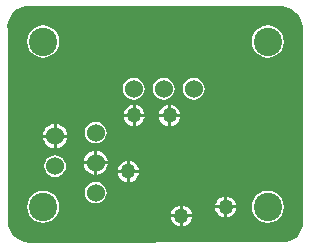
<source format=gbl>
G04*
G04 #@! TF.GenerationSoftware,Altium Limited,Altium Designer,20.2.3 (150)*
G04*
G04 Layer_Physical_Order=2*
G04 Layer_Color=16711680*
%FSLAX25Y25*%
%MOIN*%
G70*
G04*
G04 #@! TF.SameCoordinates,D737100D-CD50-4B0A-90DA-B4B5F6E14D25*
G04*
G04*
G04 #@! TF.FilePolarity,Positive*
G04*
G01*
G75*
%ADD23C,0.06000*%
%ADD24C,0.09449*%
%ADD25C,0.05000*%
G36*
X87735Y77203D02*
X87735Y77203D01*
X88517Y77203D01*
X90052Y76897D01*
X91497Y76299D01*
X92798Y75429D01*
X93351Y74876D01*
X93351Y74876D01*
X93351Y74876D01*
X93351Y74876D01*
X93905Y74323D01*
X94774Y73022D01*
X95373Y71576D01*
X95678Y70042D01*
X95678Y69259D01*
X95678Y5943D01*
X95678Y5943D01*
X95737Y5213D01*
X95568Y3758D01*
X95118Y2364D01*
X94405Y1084D01*
X93930Y526D01*
X93930Y526D01*
X93294Y-36D01*
X91828Y-892D01*
X90223Y-1445D01*
X88541Y-1675D01*
X87694Y-1623D01*
X5389Y-1875D01*
X5389Y-1875D01*
X4513Y-1866D01*
X2798Y-1505D01*
X1187Y-817D01*
X-258Y173D01*
X-871Y799D01*
X-1340Y1302D01*
X-2076Y2467D01*
X-2580Y3748D01*
X-2837Y5100D01*
X-2837Y5789D01*
Y69520D01*
X-2837Y69520D01*
X-2837Y69520D01*
X-2875Y70280D01*
X-2655Y71787D01*
X-2149Y73224D01*
X-1376Y74536D01*
X-871Y75105D01*
X-871Y75105D01*
Y75105D01*
X-225Y75651D01*
X1255Y76470D01*
X2866Y76985D01*
X4546Y77175D01*
X5389Y77104D01*
X6905Y77104D01*
X7288Y77203D01*
X87735D01*
X87735Y77203D01*
D02*
G37*
%LPC*%
G36*
X83873Y70670D02*
X82483Y70487D01*
X81188Y69950D01*
X80076Y69097D01*
X79223Y67985D01*
X78686Y66689D01*
X78503Y65299D01*
X78686Y63910D01*
X79223Y62614D01*
X80076Y61502D01*
X81188Y60649D01*
X82483Y60112D01*
X83873Y59929D01*
X85263Y60112D01*
X86559Y60649D01*
X87671Y61502D01*
X88524Y62614D01*
X89061Y63910D01*
X89244Y65299D01*
X89061Y66689D01*
X88524Y67985D01*
X87671Y69097D01*
X86559Y69950D01*
X85263Y70487D01*
X83873Y70670D01*
D02*
G37*
G36*
X9070D02*
X7680Y70487D01*
X6385Y69950D01*
X5273Y69097D01*
X4419Y67985D01*
X3883Y66689D01*
X3700Y65299D01*
X3883Y63910D01*
X4419Y62614D01*
X5273Y61502D01*
X6385Y60649D01*
X7680Y60112D01*
X9070Y59929D01*
X10460Y60112D01*
X11755Y60649D01*
X12868Y61502D01*
X13721Y62614D01*
X14257Y63910D01*
X14441Y65299D01*
X14257Y66689D01*
X13721Y67985D01*
X12868Y69097D01*
X11755Y69950D01*
X10460Y70487D01*
X9070Y70670D01*
D02*
G37*
G36*
X59228Y53183D02*
X58288Y53059D01*
X57412Y52696D01*
X56660Y52119D01*
X56083Y51367D01*
X55720Y50491D01*
X55597Y49551D01*
X55720Y48612D01*
X56083Y47736D01*
X56660Y46984D01*
X57412Y46407D01*
X58288Y46044D01*
X59228Y45920D01*
X60167Y46044D01*
X61043Y46407D01*
X61795Y46984D01*
X62372Y47736D01*
X62735Y48612D01*
X62859Y49551D01*
X62735Y50491D01*
X62372Y51367D01*
X61795Y52119D01*
X61043Y52696D01*
X60167Y53059D01*
X59228Y53183D01*
D02*
G37*
G36*
X49228D02*
X48288Y53059D01*
X47412Y52696D01*
X46660Y52119D01*
X46083Y51367D01*
X45720Y50491D01*
X45597Y49551D01*
X45720Y48612D01*
X46083Y47736D01*
X46660Y46984D01*
X47412Y46407D01*
X48288Y46044D01*
X49228Y45920D01*
X50167Y46044D01*
X51043Y46407D01*
X51795Y46984D01*
X52372Y47736D01*
X52735Y48612D01*
X52859Y49551D01*
X52735Y50491D01*
X52372Y51367D01*
X51795Y52119D01*
X51043Y52696D01*
X50167Y53059D01*
X49228Y53183D01*
D02*
G37*
G36*
X39228D02*
X38288Y53059D01*
X37412Y52696D01*
X36660Y52119D01*
X36083Y51367D01*
X35720Y50491D01*
X35597Y49551D01*
X35720Y48612D01*
X36083Y47736D01*
X36660Y46984D01*
X37412Y46407D01*
X38288Y46044D01*
X39228Y45920D01*
X40167Y46044D01*
X41043Y46407D01*
X41795Y46984D01*
X42372Y47736D01*
X42735Y48612D01*
X42859Y49551D01*
X42735Y50491D01*
X42372Y51367D01*
X41795Y52119D01*
X41043Y52696D01*
X40167Y53059D01*
X39228Y53183D01*
D02*
G37*
G36*
X51696Y44158D02*
Y41193D01*
X54660D01*
X54606Y41607D01*
X54253Y42458D01*
X53692Y43189D01*
X52961Y43751D01*
X52110Y44103D01*
X51696Y44158D01*
D02*
G37*
G36*
X50696D02*
X50283Y44103D01*
X49431Y43751D01*
X48700Y43189D01*
X48139Y42458D01*
X47786Y41607D01*
X47732Y41193D01*
X50696D01*
Y44158D01*
D02*
G37*
G36*
X39885D02*
Y41193D01*
X42849D01*
X42795Y41607D01*
X42442Y42458D01*
X41881Y43189D01*
X41150Y43751D01*
X40299Y44103D01*
X39885Y44158D01*
D02*
G37*
G36*
X38885D02*
X38471Y44103D01*
X37620Y43751D01*
X36889Y43189D01*
X36328Y42458D01*
X35975Y41607D01*
X35921Y41193D01*
X38885D01*
Y44158D01*
D02*
G37*
G36*
X54660Y40193D02*
X51696D01*
Y37229D01*
X52110Y37283D01*
X52961Y37636D01*
X53692Y38197D01*
X54253Y38928D01*
X54606Y39779D01*
X54660Y40193D01*
D02*
G37*
G36*
X50696D02*
X47732D01*
X47786Y39779D01*
X48139Y38928D01*
X48700Y38197D01*
X49431Y37636D01*
X50283Y37283D01*
X50696Y37229D01*
Y40193D01*
D02*
G37*
G36*
X42849D02*
X39885D01*
Y37229D01*
X40299Y37283D01*
X41150Y37636D01*
X41881Y38197D01*
X42442Y38928D01*
X42795Y39779D01*
X42849Y40193D01*
D02*
G37*
G36*
X38885D02*
X35921D01*
X35975Y39779D01*
X36328Y38928D01*
X36889Y38197D01*
X37620Y37636D01*
X38471Y37283D01*
X38885Y37229D01*
Y40193D01*
D02*
G37*
G36*
X13507Y37772D02*
Y34303D01*
X16976D01*
X16904Y34848D01*
X16501Y35821D01*
X15860Y36656D01*
X15024Y37297D01*
X14051Y37701D01*
X13507Y37772D01*
D02*
G37*
G36*
X12507D02*
X11963Y37701D01*
X10990Y37297D01*
X10154Y36656D01*
X9513Y35821D01*
X9110Y34848D01*
X9038Y34303D01*
X12507D01*
Y37772D01*
D02*
G37*
G36*
X26590Y38576D02*
X25650Y38453D01*
X24774Y38090D01*
X24022Y37513D01*
X23445Y36761D01*
X23083Y35885D01*
X22959Y34945D01*
X23083Y34005D01*
X23445Y33130D01*
X24022Y32378D01*
X24774Y31801D01*
X25650Y31438D01*
X26590Y31314D01*
X27530Y31438D01*
X28405Y31801D01*
X29157Y32378D01*
X29734Y33130D01*
X30097Y34005D01*
X30221Y34945D01*
X30097Y35885D01*
X29734Y36761D01*
X29157Y37513D01*
X28405Y38090D01*
X27530Y38453D01*
X26590Y38576D01*
D02*
G37*
G36*
X16976Y33303D02*
X13507D01*
Y29835D01*
X14051Y29906D01*
X15024Y30309D01*
X15860Y30951D01*
X16501Y31786D01*
X16904Y32759D01*
X16976Y33303D01*
D02*
G37*
G36*
X12507D02*
X9038D01*
X9110Y32759D01*
X9513Y31786D01*
X10154Y30951D01*
X10990Y30309D01*
X11963Y29906D01*
X12507Y29835D01*
Y33303D01*
D02*
G37*
G36*
X27090Y28914D02*
Y25445D01*
X30558D01*
X30487Y25989D01*
X30084Y26962D01*
X29443Y27798D01*
X28607Y28439D01*
X27634Y28842D01*
X27090Y28914D01*
D02*
G37*
G36*
X26090D02*
X25546Y28842D01*
X24573Y28439D01*
X23737Y27798D01*
X23096Y26962D01*
X22693Y25989D01*
X22621Y25445D01*
X26090D01*
Y28914D01*
D02*
G37*
G36*
X37917Y25457D02*
Y22492D01*
X40881D01*
X40826Y22906D01*
X40474Y23757D01*
X39913Y24489D01*
X39182Y25050D01*
X38330Y25402D01*
X37917Y25457D01*
D02*
G37*
G36*
X36917D02*
X36503Y25402D01*
X35651Y25050D01*
X34920Y24489D01*
X34359Y23757D01*
X34007Y22906D01*
X33952Y22492D01*
X36917D01*
Y25457D01*
D02*
G37*
G36*
X30558Y24445D02*
X27090D01*
Y20977D01*
X27634Y21048D01*
X28607Y21451D01*
X29443Y22092D01*
X30084Y22928D01*
X30487Y23901D01*
X30558Y24445D01*
D02*
G37*
G36*
X26090D02*
X22621D01*
X22693Y23901D01*
X23096Y22928D01*
X23737Y22092D01*
X24573Y21451D01*
X25546Y21048D01*
X26090Y20977D01*
Y24445D01*
D02*
G37*
G36*
X13007Y27435D02*
X12067Y27311D01*
X11192Y26948D01*
X10440Y26371D01*
X9863Y25619D01*
X9500Y24743D01*
X9376Y23803D01*
X9500Y22864D01*
X9863Y21988D01*
X10440Y21236D01*
X11192Y20659D01*
X12067Y20296D01*
X13007Y20172D01*
X13947Y20296D01*
X14823Y20659D01*
X15575Y21236D01*
X16152Y21988D01*
X16514Y22864D01*
X16638Y23803D01*
X16514Y24743D01*
X16152Y25619D01*
X15575Y26371D01*
X14823Y26948D01*
X13947Y27311D01*
X13007Y27435D01*
D02*
G37*
G36*
X40881Y21492D02*
X37917D01*
Y18528D01*
X38330Y18583D01*
X39182Y18935D01*
X39913Y19496D01*
X40474Y20227D01*
X40826Y21079D01*
X40881Y21492D01*
D02*
G37*
G36*
X36917D02*
X33952D01*
X34007Y21079D01*
X34359Y20227D01*
X34920Y19496D01*
X35651Y18935D01*
X36503Y18583D01*
X36917Y18528D01*
Y21492D01*
D02*
G37*
G36*
X26590Y18576D02*
X25650Y18452D01*
X24774Y18090D01*
X24022Y17513D01*
X23445Y16761D01*
X23083Y15885D01*
X22959Y14945D01*
X23083Y14005D01*
X23445Y13130D01*
X24022Y12378D01*
X24774Y11801D01*
X25650Y11438D01*
X26590Y11314D01*
X27530Y11438D01*
X28405Y11801D01*
X29157Y12378D01*
X29734Y13130D01*
X30097Y14005D01*
X30221Y14945D01*
X30097Y15885D01*
X29734Y16761D01*
X29157Y17513D01*
X28405Y18090D01*
X27530Y18452D01*
X26590Y18576D01*
D02*
G37*
G36*
X70397Y13646D02*
Y10681D01*
X73361D01*
X73307Y11095D01*
X72954Y11947D01*
X72393Y12678D01*
X71662Y13239D01*
X70811Y13591D01*
X70397Y13646D01*
D02*
G37*
G36*
X69397D02*
X68983Y13591D01*
X68132Y13239D01*
X67401Y12678D01*
X66840Y11947D01*
X66487Y11095D01*
X66433Y10681D01*
X69397D01*
Y13646D01*
D02*
G37*
G36*
X55633Y10693D02*
Y7729D01*
X58597D01*
X58543Y8142D01*
X58190Y8994D01*
X57629Y9725D01*
X56898Y10286D01*
X56047Y10639D01*
X55633Y10693D01*
D02*
G37*
G36*
X54633D02*
X54220Y10639D01*
X53368Y10286D01*
X52637Y9725D01*
X52076Y8994D01*
X51723Y8142D01*
X51669Y7729D01*
X54633D01*
Y10693D01*
D02*
G37*
G36*
X73361Y9681D02*
X70397D01*
Y6717D01*
X70811Y6771D01*
X71662Y7124D01*
X72393Y7685D01*
X72954Y8416D01*
X73307Y9268D01*
X73361Y9681D01*
D02*
G37*
G36*
X69397D02*
X66433D01*
X66487Y9268D01*
X66840Y8416D01*
X67401Y7685D01*
X68132Y7124D01*
X68983Y6771D01*
X69397Y6717D01*
Y9681D01*
D02*
G37*
G36*
X83873Y15552D02*
X82483Y15369D01*
X81188Y14832D01*
X80076Y13979D01*
X79223Y12867D01*
X78686Y11571D01*
X78503Y10181D01*
X78686Y8792D01*
X79223Y7496D01*
X80076Y6384D01*
X81188Y5531D01*
X82483Y4994D01*
X83873Y4811D01*
X85263Y4994D01*
X86559Y5531D01*
X87671Y6384D01*
X88524Y7496D01*
X89061Y8792D01*
X89244Y10181D01*
X89061Y11571D01*
X88524Y12867D01*
X87671Y13979D01*
X86559Y14832D01*
X85263Y15369D01*
X83873Y15552D01*
D02*
G37*
G36*
X9070D02*
X7680Y15369D01*
X6385Y14832D01*
X5273Y13979D01*
X4419Y12867D01*
X3883Y11571D01*
X3700Y10181D01*
X3883Y8792D01*
X4419Y7496D01*
X5273Y6384D01*
X6385Y5531D01*
X7680Y4994D01*
X9070Y4811D01*
X10460Y4994D01*
X11755Y5531D01*
X12868Y6384D01*
X13721Y7496D01*
X14257Y8792D01*
X14441Y10181D01*
X14257Y11571D01*
X13721Y12867D01*
X12868Y13979D01*
X11755Y14832D01*
X10460Y15369D01*
X9070Y15552D01*
D02*
G37*
G36*
X58597Y6729D02*
X55633D01*
Y3764D01*
X56047Y3819D01*
X56898Y4171D01*
X57629Y4732D01*
X58190Y5463D01*
X58543Y6315D01*
X58597Y6729D01*
D02*
G37*
G36*
X54633D02*
X51669D01*
X51723Y6315D01*
X52076Y5463D01*
X52637Y4732D01*
X53368Y4171D01*
X54220Y3819D01*
X54633Y3764D01*
Y6729D01*
D02*
G37*
%LPD*%
D23*
X39228Y49551D02*
D03*
X49228D02*
D03*
X59228D02*
D03*
X13007Y23803D02*
D03*
Y33803D02*
D03*
X26590Y34945D02*
D03*
Y24945D02*
D03*
Y14945D02*
D03*
D24*
X83873Y65299D02*
D03*
Y10181D02*
D03*
X9070Y65299D02*
D03*
Y10181D02*
D03*
D25*
X39385Y40693D02*
D03*
X55133Y7229D02*
D03*
X69897Y10181D02*
D03*
X51196Y40693D02*
D03*
X37417Y21992D02*
D03*
M02*

</source>
